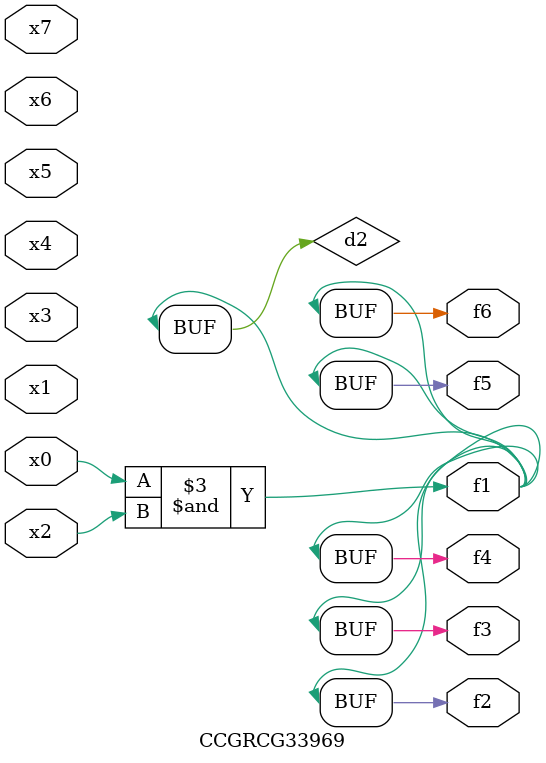
<source format=v>
module CCGRCG33969(
	input x0, x1, x2, x3, x4, x5, x6, x7,
	output f1, f2, f3, f4, f5, f6
);

	wire d1, d2;

	nor (d1, x3, x6);
	and (d2, x0, x2);
	assign f1 = d2;
	assign f2 = d2;
	assign f3 = d2;
	assign f4 = d2;
	assign f5 = d2;
	assign f6 = d2;
endmodule

</source>
